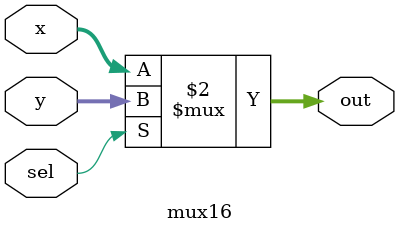
<source format=v>
module mux16(
    input [15:0]x,y,
    input sel,
    output [15:0]out
);
assign out=(sel==1'b0)?x:y;
endmodule
</source>
